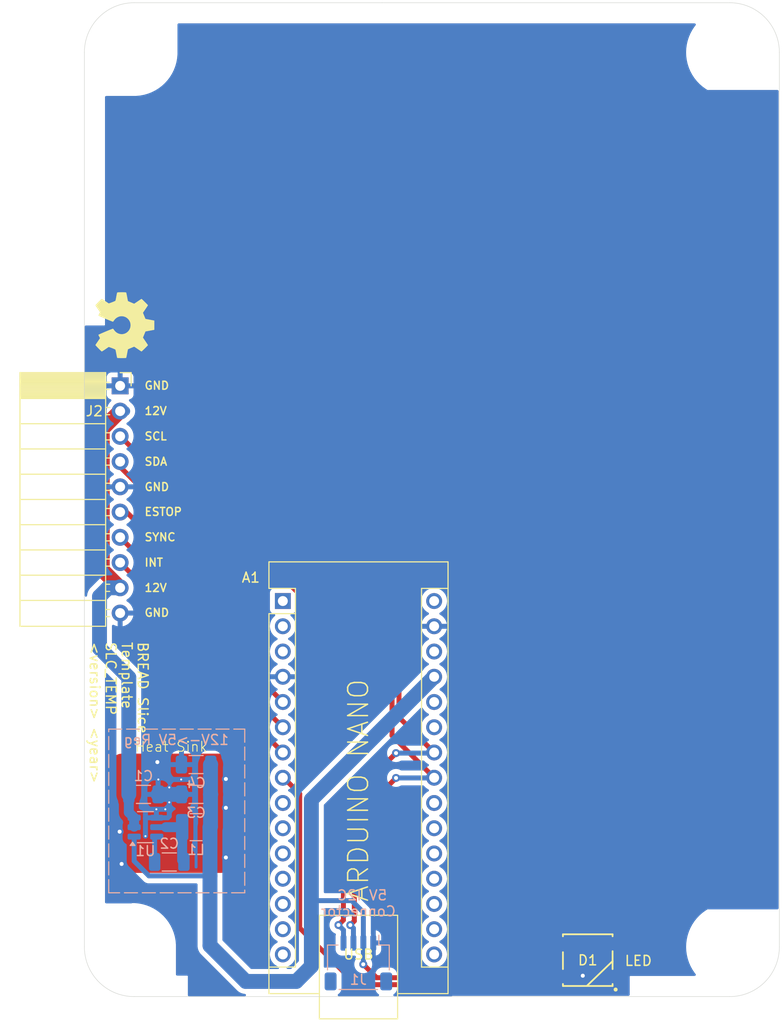
<source format=kicad_pcb>
(kicad_pcb (version 20240108) (generator "pcbnew") (generator_version "8.0")
  (layers (0 "F.Cu" signal) (31 "B.Cu" signal) (34 "B.Paste" user) (35 "F.Paste" user) (36 "B.SilkS" user "B.Silkscreen") (37 "F.SilkS" user "F.Silkscreen") (38 "B.Mask" user) (39 "F.Mask" user) (44 "Edge.Cuts" user))
  (net 0 "")
  (net 3 "GND")
  (net 5 "+5V")
  (net 6 "/LED")
  (net 7 "/I2C_CLK")
  (net 9 "/I2C_DAT")
  (net 11 "/SYNC")
  (net 13 "/E_STOP")
  (net 20 "+12V")
  (net 21 "/INT")
  (net 26 "unconnected-(A1-D12-Pad15)")
  (net 30 "Net-(U1-SW)")
  (net 31 "Net-(U1-BST)")
  (net 32 "unconnected-(A1-VIN-Pad30)")
  (footprint "MountingHole:MountingHole_5mm" (layer "F.Cu") (at 127.6 44.8)
    (property "Reference" "H1" (hide yes))
    (property "Value" "MountingHole")
    (pad "" np_thru_hole circle (at 0 0) (size 5 5) (drill 5) (layers "*.Cu" "*.Mask"))
  )
  (footprint "MountingHole:MountingHole_5mm" (layer "F.Cu") (at 187.6 44.8)
    (property "Reference" "H3" (hide yes))
    (property "Value" "MountingHole")
    (pad "" np_thru_hole circle (at 0 0) (size 5 5) (drill 5) (layers "*.Cu" "*.Mask"))
  )
  (footprint "MountingHole:MountingHole_5mm" (layer "F.Cu") (at 127.6 134.8)
    (property "Reference" "H2" (hide yes))
    (property "Value" "MountingHole")
    (pad "" np_thru_hole circle (at 0 0) (size 5 5) (drill 5) (layers "*.Cu" "*.Mask"))
  )
  (footprint "MountingHole:MountingHole_5mm" (layer "F.Cu") (at 187.6 134.8)
    (property "Reference" "H4" (hide yes))
    (property "Value" "MountingHole")
    (pad "" np_thru_hole circle (at 0 0) (size 5 5) (drill 5) (layers "*.Cu" "*.Mask"))
  )
  (footprint "Module:Arduino_Nano" (layer "F.Cu") (at 142.588 100)
    (property "Reference" "A1" (at -3.224 -2.364 0) (layer "F.SilkS"))
    (property "Value" "Arduino_Nano_v3.x")
    (fp_line (start -1.4 -3.94) (end -1.4 -1.27) (stroke (width 0.12)) (layer "F.SilkS"))
    (fp_line (start -1.4 1.27) (end -1.4 39.5) (stroke (width 0.12)) (layer "F.SilkS"))
    (fp_line (start -1.4 39.5) (end 3.68 39.5) (stroke (width 0.12)) (layer "F.SilkS"))
    (fp_line (start 1.27 -1.27) (end -1.4 -1.27) (stroke (width 0.12)) (layer "F.SilkS"))
    (fp_line (start 1.27 1.27) (end -1.4 1.27) (stroke (width 0.12)) (layer "F.SilkS"))
    (fp_line (start 1.27 1.27) (end 1.27 -1.27) (stroke (width 0.12)) (layer "F.SilkS"))
    (fp_line (start 1.27 1.27) (end 1.27 36.83) (stroke (width 0.12)) (layer "F.SilkS"))
    (fp_line (start 1.27 36.83) (end -1.4 36.83) (stroke (width 0.12)) (layer "F.SilkS"))
    (fp_line (start 3.68 31.62) (end 11.56 31.62) (stroke (width 0.12)) (layer "F.SilkS"))
    (fp_line (start 3.68 42.04) (end 3.68 31.62) (stroke (width 0.12)) (layer "F.SilkS"))
    (fp_line (start 11.56 31.62) (end 11.56 42.04) (stroke (width 0.12)) (layer "F.SilkS"))
    (fp_line (start 11.56 42.04) (end 3.68 42.04) (stroke (width 0.12)) (layer "F.SilkS"))
    (fp_line (start 13.97 -1.27) (end 13.97 36.83) (stroke (width 0.12)) (layer "F.SilkS"))
    (fp_line (start 13.97 -1.27) (end 16.64 -1.27) (stroke (width 0.12)) (layer "F.SilkS"))
    (fp_line (start 13.97 36.83) (end 16.64 36.83) (stroke (width 0.12)) (layer "F.SilkS"))
    (fp_line (start 16.64 -3.94) (end -1.4 -3.94) (stroke (width 0.12)) (layer "F.SilkS"))
    (fp_line (start 16.64 39.5) (end 11.56 39.5) (stroke (width 0.12)) (layer "F.SilkS"))
    (fp_line (start 16.64 39.5) (end 16.64 -3.94) (stroke (width 0.12)) (layer "F.SilkS"))
    (fp_text user "USB" (at 7.62 35.56 0) (layer "F.SilkS"))
    (pad "1" thru_hole rect (at 0 0) (size 1.6 1.6) (drill 1) (layers "*.Cu" "*.Mask"))
    (pad "2" thru_hole oval (at 0 2.54) (size 1.6 1.6) (drill 1) (layers "*.Cu" "*.Mask"))
    (pad "3" thru_hole oval (at 0 5.08) (size 1.6 1.6) (drill 1) (layers "*.Cu" "*.Mask"))
    (pad "4" thru_hole oval (at 0 7.62) (size 1.6 1.6) (drill 1) (layers "*.Cu" "*.Mask") (net 3 "GND"))
    (pad "5" thru_hole oval (at 0 10.16) (size 1.6 1.6) (drill 1) (layers "*.Cu" "*.Mask") (net 13 "/E_STOP"))
    (pad "6" thru_hole oval (at 0 12.7) (size 1.6 1.6) (drill 1) (layers "*.Cu" "*.Mask") (net 21 "/INT"))
    (pad "7" thru_hole oval (at 0 15.24) (size 1.6 1.6) (drill 1) (layers "*.Cu" "*.Mask") (net 11 "/SYNC"))
    (pad "8" thru_hole oval (at 0 17.78) (size 1.6 1.6) (drill 1) (layers "*.Cu" "*.Mask") (net 6 "/LED"))
    (pad "9" thru_hole oval (at 0 20.32) (size 1.6 1.6) (drill 1) (layers "*.Cu" "*.Mask"))
    (pad "10" thru_hole oval (at 0 22.86) (size 1.6 1.6) (drill 1) (layers "*.Cu" "*.Mask"))
    (pad "11" thru_hole oval (at 0 25.4) (size 1.6 1.6) (drill 1) (layers "*.Cu" "*.Mask"))
    (pad "12" thru_hole oval (at 0 27.94) (size 1.6 1.6) (drill 1) (layers "*.Cu" "*.Mask"))
    (pad "13" thru_hole oval (at 0 30.48) (size 1.6 1.6) (drill 1) (layers "*.Cu" "*.Mask"))
    (pad "14" thru_hole oval (at 0 33.02) (size 1.6 1.6) (drill 1) (layers "*.Cu" "*.Mask"))
    (pad "15" thru_hole oval (at 0 35.56) (size 1.6 1.6) (drill 1) (layers "*.Cu" "*.Mask") (net 26 "unconnected-(A1-D12-Pad15)"))
    (pad "16" thru_hole oval (at 15.24 35.56) (size 1.6 1.6) (drill 1) (layers "*.Cu" "*.Mask"))
    (pad "17" thru_hole oval (at 15.24 33.02) (size 1.6 1.6) (drill 1) (layers "*.Cu" "*.Mask"))
    (pad "18" thru_hole oval (at 15.24 30.48) (size 1.6 1.6) (drill 1) (layers "*.Cu" "*.Mask"))
    (pad "19" thru_hole oval (at 15.24 27.94) (size 1.6 1.6) (drill 1) (layers "*.Cu" "*.Mask"))
    (pad "20" thru_hole oval (at 15.24 25.4) (size 1.6 1.6) (drill 1) (layers "*.Cu" "*.Mask"))
    (pad "21" thru_hole oval (at 15.24 22.86) (size 1.6 1.6) (drill 1) (layers "*.Cu" "*.Mask"))
    (pad "22" thru_hole oval (at 15.24 20.32) (size 1.6 1.6) (drill 1) (layers "*.Cu" "*.Mask"))
    (pad "23" thru_hole oval (at 15.24 17.78) (size 1.6 1.6) (drill 1) (layers "*.Cu" "*.Mask") (net 9 "/I2C_DAT"))
    (pad "24" thru_hole oval (at 15.24 15.24) (size 1.6 1.6) (drill 1) (layers "*.Cu" "*.Mask") (net 7 "/I2C_CLK"))
    (pad "25" thru_hole oval (at 15.24 12.7) (size 1.6 1.6) (drill 1) (layers "*.Cu" "*.Mask"))
    (pad "26" thru_hole oval (at 15.24 10.16) (size 1.6 1.6) (drill 1) (layers "*.Cu" "*.Mask"))
    (pad "27" thru_hole oval (at 15.24 7.62) (size 1.6 1.6) (drill 1) (layers "*.Cu" "*.Mask") (net 5 "+5V"))
    (pad "28" thru_hole oval (at 15.24 5.08) (size 1.6 1.6) (drill 1) (layers "*.Cu" "*.Mask"))
    (pad "29" thru_hole oval (at 15.24 2.54) (size 1.6 1.6) (drill 1) (layers "*.Cu" "*.Mask") (net 3 "GND"))
    (pad "30" thru_hole oval (at 15.24 0) (size 1.6 1.6) (drill 1) (layers "*.Cu" "*.Mask") (net 32 "unconnected-(A1-VIN-Pad30)"))
  )
  (footprint "Connector_PinSocket_2.54mm:PinSocket_1x10_P2.54mm_Horizontal" (layer "F.Cu") (at 126.2 78.35)
    (property "Reference" "J2" (at -2.6 2.55 0) (layer "F.SilkS"))
    (property "Value" "Conn_01x10_Female")
    (fp_line (start -10.09 -1.33) (end -10.09 24.19) (stroke (width 0.12)) (layer "F.SilkS"))
    (fp_line (start -10.09 -1.33) (end -1.46 -1.33) (stroke (width 0.12)) (layer "F.SilkS"))
    (fp_line (start -10.09 -1.21) (end -1.46 -1.21) (stroke (width 0.12)) (layer "F.SilkS"))
    (fp_line (start -10.09 -1.091905) (end -1.46 -1.091905) (stroke (width 0.12)) (layer "F.SilkS"))
    (fp_line (start -10.09 -0.97381) (end -1.46 -0.97381) (stroke (width 0.12)) (layer "F.SilkS"))
    (fp_line (start -10.09 -0.855715) (end -1.46 -0.855715) (stroke (width 0.12)) (layer "F.SilkS"))
    (fp_line (start -10.09 -0.73762) (end -1.46 -0.73762) (stroke (width 0.12)) (layer "F.SilkS"))
    (fp_line (start -10.09 -0.619525) (end -1.46 -0.619525) (stroke (width 0.12)) (layer "F.SilkS"))
    (fp_line (start -10.09 -0.50143) (end -1.46 -0.50143) (stroke (width 0.12)) (layer "F.SilkS"))
    (fp_line (start -10.09 -0.383335) (end -1.46 -0.383335) (stroke (width 0.12)) (layer "F.SilkS"))
    (fp_line (start -10.09 -0.26524) (end -1.46 -0.26524) (stroke (width 0.12)) (layer "F.SilkS"))
    (fp_line (start -10.09 -0.147145) (end -1.46 -0.147145) (stroke (width 0.12)) (layer "F.SilkS"))
    (fp_line (start -10.09 -0.02905) (end -1.46 -0.02905) (stroke (width 0.12)) (layer "F.SilkS"))
    (fp_line (start -10.09 0.089045) (end -1.46 0.089045) (stroke (width 0.12)) (layer "F.SilkS"))
    (fp_line (start -10.09 0.20714) (end -1.46 0.20714) (stroke (width 0.12)) (layer "F.SilkS"))
    (fp_line (start -10.09 0.325235) (end -1.46 0.325235) (stroke (width 0.12)) (layer "F.SilkS"))
    (fp_line (start -10.09 0.44333) (end -1.46 0.44333) (stroke (width 0.12)) (layer "F.SilkS"))
    (fp_line (start -10.09 0.561425) (end -1.46 0.561425) (stroke (width 0.12)) (layer "F.SilkS"))
    (fp_line (start -10.09 0.67952) (end -1.46 0.67952) (stroke (width 0.12)) (layer "F.SilkS"))
    (fp_line (start -10.09 0.797615) (end -1.46 0.797615) (stroke (width 0.12)) (layer "F.SilkS"))
    (fp_line (start -10.09 0.91571) (end -1.46 0.91571) (stroke (width 0.12)) (layer "F.SilkS"))
    (fp_line (start -10.09 1.033805) (end -1.46 1.033805) (stroke (width 0.12)) (layer "F.SilkS"))
    (fp_line (start -10.09 1.1519) (end -1.46 1.1519) (stroke (width 0.12)) (layer "F.SilkS"))
    (fp_line (start -10.09 1.27) (end -1.46 1.27) (stroke (width 0.12)) (layer "F.SilkS"))
    (fp_line (start -10.09 3.81) (end -1.46 3.81) (stroke (width 0.12)) (layer "F.SilkS"))
    (fp_line (start -10.09 6.35) (end -1.46 6.35) (stroke (width 0.12)) (layer "F.SilkS"))
    (fp_line (start -10.09 8.89) (end -1.46 8.89) (stroke (width 0.12)) (layer "F.SilkS"))
    (fp_line (start -10.09 11.43) (end -1.46 11.43) (stroke (width 0.12)) (layer "F.SilkS"))
    (fp_line (start -10.09 13.97) (end -1.46 13.97) (stroke (width 0.12)) (layer "F.SilkS"))
    (fp_line (start -10.09 16.51) (end -1.46 16.51) (stroke (width 0.12)) (layer "F.SilkS"))
    (fp_line (start -10.09 19.05) (end -1.46 19.05) (stroke (width 0.12)) (layer "F.SilkS"))
    (fp_line (start -10.09 21.59) (end -1.46 21.59) (stroke (width 0.12)) (layer "F.SilkS"))
    (fp_line (start -10.09 24.19) (end -1.46 24.19) (stroke (width 0.12)) (layer "F.SilkS"))
    (fp_line (start -1.46 -1.33) (end -1.46 24.19) (stroke (width 0.12)) (layer "F.SilkS"))
    (fp_line (start -1.46 -0.36) (end -1.11 -0.36) (stroke (width 0.12)) (layer "F.SilkS"))
    (fp_line (start -1.46 0.36) (end -1.11 0.36) (stroke (width 0.12)) (layer "F.SilkS"))
    (fp_line (start -1.46 2.18) (end -1.05 2.18) (stroke (width 0.12)) (layer "F.SilkS"))
    (fp_line (start -1.46 2.9) (end -1.05 2.9) (stroke (width 0.12)) (layer "F.SilkS"))
    (fp_line (start -1.46 4.72) (end -1.05 4.72) (stroke (width 0.12)) (layer "F.SilkS"))
    (fp_line (start -1.46 5.44) (end -1.05 5.44) (stroke (width 0.12)) (layer "F.SilkS"))
    (fp_line (start -1.46 7.26) (end -1.05 7.26) (stroke (width 0.12)) (layer "F.SilkS"))
    (fp_line (start -1.46 7.98) (end -1.05 7.98) (stroke (width 0.12)) (layer "F.SilkS"))
    (fp_line (start -1.46 9.8) (end -1.05 9.8) (stroke (width 0.12)) (layer "F.SilkS"))
    (fp_line (start -1.46 10.52) (end -1.05 10.52) (stroke (width 0.12)) (layer "F.SilkS"))
    (fp_line (start -1.46 12.34) (end -1.05 12.34) (stroke (width 0.12)) (layer "F.SilkS"))
    (fp_line (start -1.46 13.06) (end -1.05 13.06) (stroke (width 0.12)) (layer "F.SilkS"))
    (fp_line (start -1.46 14.88) (end -1.05 14.88) (stroke (width 0.12)) (layer "F.SilkS"))
    (fp_line (start -1.46 15.6) (end -1.05 15.6) (stroke (width 0.12)) (layer "F.SilkS"))
    (fp_line (start -1.46 17.42) (end -1.05 17.42) (stroke (width 0.12)) (layer "F.SilkS"))
    (fp_line (start -1.46 18.14) (end -1.05 18.14) (stroke (width 0.12)) (layer "F.SilkS"))
    (fp_line (start -1.46 19.96) (end -1.05 19.96) (stroke (width 0.12)) (layer "F.SilkS"))
    (fp_line (start -1.46 20.68) (end -1.05 20.68) (stroke (width 0.12)) (layer "F.SilkS"))
    (fp_line (start -1.46 22.5) (end -1.05 22.5) (stroke (width 0.12)) (layer "F.SilkS"))
    (fp_line (start -1.46 23.22) (end -1.05 23.22) (stroke (width 0.12)) (layer "F.SilkS"))
    (fp_line (start 0 -1.33) (end 1.11 -1.33) (stroke (width 0.12)) (layer "F.SilkS"))
    (fp_line (start 1.11 -1.33) (end 1.11 0) (stroke (width 0.12)) (layer "F.SilkS"))
    (pad "1" thru_hole rect (at 0 0) (size 1.7 1.7) (drill 1) (layers "*.Cu" "*.Mask") (net 3 "GND"))
    (pad "2" thru_hole oval (at 0 2.54) (size 1.7 1.7) (drill 1) (layers "*.Cu" "*.Mask") (net 20 "+12V"))
    (pad "3" thru_hole oval (at 0 5.08) (size 1.7 1.7) (drill 1) (layers "*.Cu" "*.Mask") (net 7 "/I2C_CLK"))
    (pad "4" thru_hole oval (at 0 7.62) (size 1.7 1.7) (drill 1) (layers "*.Cu" "*.Mask") (net 9 "/I2C_DAT"))
    (pad "5" thru_hole oval (at 0 10.16) (size 1.7 1.7) (drill 1) (layers "*.Cu" "*.Mask") (net 3 "GND"))
    (pad "6" thru_hole oval (at 0 12.7) (size 1.7 1.7) (drill 1) (layers "*.Cu" "*.Mask") (net 13 "/E_STOP"))
    (pad "7" thru_hole oval (at 0 15.24) (size 1.7 1.7) (drill 1) (layers "*.Cu" "*.Mask") (net 21 "/INT"))
    (pad "8" thru_hole oval (at 0 17.78) (size 1.7 1.7) (drill 1) (layers "*.Cu" "*.Mask") (net 11 "/SYNC"))
    (pad "9" thru_hole oval (at 0 20.32) (size 1.7 1.7) (drill 1) (layers "*.Cu" "*.Mask") (net 20 "+12V"))
    (pad "10" thru_hole oval (at 0 22.86) (size 1.7 1.7) (drill 1) (layers "*.Cu" "*.Mask") (net 3 "GND"))
  )
  (footprint "Symbol:OSHW-Symbol_6.7x6mm_SilkScreen" (layer "F.Cu") (at 126.664 72.236 -90)
    (property "Reference" "Logo1" (hide yes))
    (property "Value" "Logo_Open_Hardware_Small" (hide yes))
    (fp_poly (pts (xy 0.555814 -2.531069) (xy 0.639635 -2.086445) (xy 0.94892 -1.958947) (xy 1.258206 -1.831449) (xy 1.629246 -2.083754) (xy 1.733157 -2.154004) (xy 1.827087 -2.216728) (xy 1.906652 -2.269062) (xy 1.96747 -2.308143) (xy 2.005157 -2.331107) (xy 2.015421 -2.336058) (xy 2.03391 -2.323324) (xy 2.07342 -2.288118) (xy 2.129522 -2.234938) (xy 2.197787 -2.168282) (xy 2.273786 -2.092646) (xy 2.353092 -2.012528) (xy 2.431275 -1.932426) (xy 2.503907 -1.856836) (xy 2.566559 -1.790255) (xy 2.614803 -1.737182) (xy 2.64421 -1.702113) (xy 2.651241 -1.690377) (xy 2.641123 -1.66874) (xy 2.612759 -1.621338) (xy 2.569129 -1.552807) (xy 2.513218 -1.467785) (xy 2.448006 -1.370907) (xy 2.410219 -1.31565) (xy 2.341343 -1.214752) (xy 2.28014 -1.123701) (xy 2.229578 -1.04703) (xy 2.192628 -0.989272) (xy 2.172258 -0.954957) (xy 2.169197 -0.947746) (xy 2.176136 -0.927252) (xy 2.195051 -0.879487) (xy 2.223087 -0.811168) (xy 2.257391 -0.729011) (xy 2.295109 -0.63973) (xy 2.333387 -0.550042) (xy 2.36937 -0.466662) (xy 2.400206 -0.396306) (xy 2.423039 -0.34569) (xy 2.435017 -0.321529) (xy 2.435724 -0.320578) (xy 2.454531 -0.315964) (xy 2.504618 -0.305672) (xy 2.580793 -0.290713) (xy 2.677865 -0.272099) (xy 2.790643 -0.250841) (xy 2.856442 -0.238582) (xy 2.97695 -0.215638) (xy 3.085797 -0.193805) (xy 3.177476 -0.174278) (xy 3.246481 -0.158252) (xy 3.287304 -0.146921) (xy 3.295511 -0.143326) (xy 3.303548 -0.118994) (xy 3.310033 -0.064041) (xy 3.31497 0.015108) (xy 3.318364 0.112026) (xy 3.320218 0.220287) (xy 3.320538 0.333465) (xy 3.319327 0.445135) (xy 3.31659 0.548868) (xy 3.312331 0.638241) (xy 3.306555 0.706826) (xy 3.299267 0.748197) (xy 3.294895 0.75681) (xy 3.268764 0.767133) (xy 3.213393 0.781892) (xy 3.136107 0.799352) (xy 3.04423 0.81778) (xy 3.012158 0.823741) (xy 2.857524 0.852066) (xy 2.735375 0.874876) (xy 2.641673 0.89308) (xy 2.572384 0.907583) (xy 2.523471 0.919292) (xy 2.490897 0.929115) (xy 2.470628 0.937956) (xy 2.458626 0.946724) (xy 2.456947 0.948457) (xy 2.440184 0.976371) (xy 2.414614 1.030695) (xy 2.382788 1.104777) (xy 2.34726 1.191965) (xy 2.310583 1.285608) (xy 2.275311 1.379052) (xy 2.243996 1.465647) (xy 2.219193 1.53874) (xy 2.203454 1.591678) (xy 2.199332 1.617811) (xy 2.199676 1.618726) (xy 2.213641 1.640086) (xy 2.245322 1.687084) (xy 2.291391 1.754827) (xy 2.348518 1.838423) (xy 2.413373 1.932982) (xy 2.431843 1.959854) (xy 2.497699 2.057275) (xy 2.55565 2.146163) (xy 2.602538 2.221412) (xy 2.635207 2.27792) (xy 2.6505 2.310581) (xy 2.651241 2.314593) (xy 2.638392 2.335684) (xy 2.602888 2.377464) (xy 2.549293 2.435445) (xy 2.482171 2.505135) (xy 2.406087 2.582045) (xy 2.325604 2.661683) (xy 2.245287 2.739561) (xy 2.169699 2.811186) (xy 2.103405 2.87207) (xy 2.050969 2.917721) (xy 2.016955 2.94365) (xy 2.007545 2.947883) (xy 1.985643 2.937912) (xy 1.9408 2.91102) (xy 1.880321 2.871736) (xy 1.833789 2.840117) (xy 1.749475 2.782098) (xy 1.649626 2.713784) (xy 1.549473 2.645579) (xy 1.495627 2.609075) (xy 1.313371 2.4858) (xy 1.160381 2.56852) (xy 1.090682 2.604759) (xy 1.031414 2.632926) (xy 0.991311 2.648991) (xy 0.981103 2.651226) (xy 0.968829 2.634722) (xy 0.944613 2.588082) (xy 0.910263 2.515609) (xy 0.867588 2.421606) (xy 0.818394 2.310374) (xy 0.76449 2.186215) (xy 0.707684 2.053432) (xy 0.649782 1.916327) (xy 0.592593 1.779202) (xy 0.537924 1.646358) (xy 0.487584 1.522098) (xy 0.44338 1.410725) (xy 0.407119 1.316539) (xy 0.380609 1.243844) (xy 0.365658 1.196941) (xy 0.363254 1.180833) (xy 0.382311 1.160286) (xy 0.424036 1.126933) (xy 0.479706 1.087702) (xy 0.484378 1.084599) (xy 0.628264 0.969423) (xy 0.744283 0.835053) (xy 0.83143 0.685784) (xy 0.888699 0.525913) (xy 0.915086 0.359737) (xy 0.909585 0.191552) (xy 0.87119 0.025655) (xy 0.798895 -0.133658) (xy 0.777626 -0.168513) (xy 0.666996 -0.309263) (xy 0.536302 -0.422286) (xy 0.390064 -0.506997) (xy 0.232808 -0.562806) (xy 0.069057 -0.589126) (xy -0.096667 -0.58537) (xy -0.259838 -0.55095) (xy -0.415935 -0.485277) (xy -0.560433 -0.387765) (xy -0.605131 -0.348187) (xy -0.718888 -0.224297) (xy -0.801782 -0.093876) (xy -0.858644 0.052315) (xy -0.890313 0.197088) (xy -0.898131 0.35986) (xy -0.872062 0.52344) (xy -0.814755 0.682298) (xy -0.728856 0.830906) (xy -0.617014 0.963735) (xy -0.481877 1.075256) (xy -0.464117 1.087011) (xy -0.40785 1.125508) (xy -0.365077 1.158863) (xy -0.344628 1.18016) (xy -0.344331 1.180833) (xy -0.348721 1.203871) (xy -0.366124 1.256157) (xy -0.394732 1.33339) (xy -0.432735 1.431268) (xy -0.478326 1.545491) (xy -0.529697 1.671758) (xy -0.585038 1.805767) (xy -0.642542 1.943218) (xy -0.700399 2.079808) (xy -0.756802 2.211237) (xy -0.809942 2.333205) (xy -0.85801 2.441409) (xy -0.899199 2.531549) (xy -0.931699 2.599323) (xy -0.953703 2.64043) (xy -0.962564 2.651226) (xy -0.98964 2.642819) (xy -1.040303 2.620272) (xy -1.105817 2.587613) (xy -1.141841 2.56852) (xy -1.294832 2.4858) (xy -1.477088 2.609075) (xy -1.570125 2.672228) (xy -1.671985 2.741727) (xy -1.767438 2.807165) (xy -1.81525 2.840117) (xy -1.882495 2.885273) (xy -1.939436 2.921057) (xy -1.978646 2.942938) (xy -1.991381 2.947563) (xy -2.009917 2.935085) (xy -2.050941 2.900252) (xy -2.110475 2.846678) (xy -2.184542 2.777983) (xy -2.269165 2.697781) (xy -2.322685 2.646286) (xy -2.416319 2.554286) (xy -2.497241 2.471999) (xy -2.562177 2.402945) (xy -2.607858 2.350644) (xy -2.631011 2.318616) (xy -2.633232 2.312116) (xy -2.622924 2.287394) (xy -2.594439 2.237405) (xy -2.550937 2.167212) (xy -2.495577 2.081875) (xy -2.43152 1.986456) (xy -2.413303 1.959854) (xy -2.346927 1.863167) (xy -2.287378 1.776117) (xy -2.237984 1.703595) (xy -2.202075 1.650493) (xy -2.182981 1.621703) (xy -2.181136 1.618726) (xy -2.183895 1.595782) (xy -2.198538 1.545336) (xy -2.222513 1.474041) (xy -2.253266 1.388547) (xy -2.288244 1.295507) (xy -2.324893 1.201574) (xy -2.360661 1.113399) (xy -2.392994 1.037634) (xy -2.419338 0.980931) (xy -2.437142 0.949943) (xy -2.438407 0.948457) (xy -2.449294 0.939601) (xy -2.467682 0.930843) (xy -2.497606 0.921277) (xy -2.543103 0.909996) (xy -2.608209 0.896093) (xy -2.696961 0.878663) (xy -2.813393 0.856798) (xy -2.961542 0.829591) (xy -2.993618 0.823741) (xy -3.088686 0.805374) (xy -3.171565 0.787405) (xy -3.23493 0.771569) (xy -3.271458 0.7596) (xy -3.276356 0.75681) (xy -3.284427 0.732072) (xy -3.290987 0.67679) (xy -3.296033 0.597389) (xy -3.299559 0.500296) (xy -3.301561 0.391938) (xy -3.302036 0.27874) (xy -3.300977 0.167128) (xy -3.298382 0.063529) (xy -3.294246 -0.025632) (xy -3.288563 -0.093928) (xy -3.281331 -0.134934) (xy -3.276971 -0.143326) (xy -3.252698 -0.151792) (xy -3.197426 -0.165565) (xy -3.116662 -0.18345) (xy -3.015912 -0.204252) (xy -2.900683 -0.226777) (xy -2.837902 -0.238582) (xy -2.718787 -0.260849) (xy -2.612565 -0.281021) (xy -2.524427 -0.298085) (xy -2.459566 -0.311031) (xy -2.423174 -0.318845) (xy -2.417184 -0.320578) (xy -2.407061 -0.34011) (xy -2.385662 -0.387157) (xy -2.355839 -0.454997) (xy -2.320445 -0.536909) (xy -2.282332 -0.626172) (xy -2.244353 -0.716065) (xy -2.20936 -0.799865) (xy -2.180206 -0.870853) (xy -2.159743 -0.922306) (xy -2.150823 -0.947503) (xy -2.150657 -0.948604) (xy -2.160769 -0.968481) (xy -2.189117 -1.014223) (xy -2.232723 -1.081283) (xy -2.288606 -1.165116) (xy -2.353787 -1.261174) (xy -2.391679 -1.31635) (xy -2.460725 -1.417519) (xy -2.52205 -1.50937) (xy -2.572663 -1.587256) (xy -2.609571 -1.646531) (xy -2.629782 -1.682549) (xy -2.632701 -1.690623) (xy -2.620153 -1.709416) (xy -2.585463 -1.749543) (xy -2.533063 -1.806507) (xy -2.467384 -1.875815) (xy -2.392856 -1.952969) (xy -2.313913 -2.033475) (xy -2.234983 -2.112837) (xy -2.1605 -2.18656) (xy -2.094894 -2.250148) (xy -2.042596 -2.299106) (xy -2.008039 -2.328939) (xy -1.996478 -2.336058) (xy -1.977654 -2.326047) (xy -1.932631 -2.297922) (xy -1.865787 -2.254546) (xy -1.781499 -2.198782) (xy -1.684144 -2.133494) (xy -1.610707 -2.083754) (xy -1.239667 -1.831449) (xy -0.621095 -2.086445) (xy -0.537275 -2.531069) (xy -0.453454 -2.975693) (xy 0.471994 -2.975693) (xy 0.555814 -2.531069)) (stroke (width 0.01)) (fill solid) (layer "F.SilkS"))
  )
  (footprint "KML-Custom:Thermal Pad" (layer "F.Cu") (at 131.35 121.355)
    (property "Reference" "HS1")
    (property "Value" "Heatsink_Pad")
    (fp_text user "Heat Sink" (at 0 -6.7 0) (layer "F.SilkS") (effects (font (thickness 0.1))))
    (pad "1" smd roundrect (at 0 0) (size 12 12) (layers "F.Cu" "F.Paste" "F.Mask") (roundrect_rratio 0.08333333333) (net 3 "GND"))
  )
  (footprint "SparkFun-LED:WS2812-5050-4PIN" (layer "F.Cu") (at 173.3 136.132769)
    (property "Reference" "D1" (at 0 0.6 0) (layer "F.SilkS") (effects (justify bottom)))
    (property "Value" "WS2812B_5050")
    (fp_line (start -2.5 -2.6) (end 2.5 -2.6) (stroke (width 0.1778)) (layer "F.SilkS"))
    (fp_line (start -2.5 -2.4) (end -2.5 -2.6) (stroke (width 0.1778)) (layer "F.SilkS"))
    (fp_line (start -2.5 0.9) (end -2.5 -0.8) (stroke (width 0.1778)) (layer "F.SilkS"))
    (fp_line (start -2.5 2.4) (end -2.5 2.6) (stroke (width 0.1778)) (layer "F.SilkS"))
    (fp_line (start -2.5 2.6) (end 2.5 2.6) (stroke (width 0.1778)) (layer "F.SilkS"))
    (fp_line (start 2.5 -2.6) (end 2.5 -2.4) (stroke (width 0.1778)) (layer "F.SilkS"))
    (fp_line (start 2.5 -0.9) (end 2.5 0.1) (stroke (width 0.1778)) (layer "F.SilkS"))
    (fp_line (start 2.5 0.1) (end -0.1 2.6) (stroke (width 0.1778)) (layer "F.SilkS"))
    (fp_line (start 2.5 0.1) (end 2.5 0.9) (stroke (width 0.1778)) (layer "F.SilkS"))
    (fp_line (start 2.5 2.6) (end 2.5 2.4) (stroke (width 0.1778)) (layer "F.SilkS"))
    (fp_circle (center 2.808182 2.959462) (end 2.808182 3.059462) (stroke (width 0.2)) (fill solid) (layer "F.SilkS"))
    (pad "1" smd rect (at -2.577 -1.6) (size 1.651 1) (layers "F.Cu" "F.Paste" "F.Mask") (net 5 "+5V"))
    (pad "2" smd rect (at -2.577 1.6) (size 1.651 1) (layers "F.Cu" "F.Paste" "F.Mask"))
    (pad "3" smd rect (at 2.577 1.6) (size 1.651 1) (layers "F.Cu" "F.Paste" "F.Mask") (net 3 "GND"))
    (pad "4" smd rect (at 2.577 -1.6) (size 1.651 1) (layers "F.Cu" "F.Paste" "F.Mask") (net 6 "/LED"))
  )
  (footprint "Connector_JST:JST_SH_SM04B-SRSS-TB_1x04-1MP_P1.00mm_Horizontal" (layer "B.Cu") (at 150.198 136.4 180)
    (property "Reference" "J1" (at 0.01 -1.7 0) (layer "B.SilkS") (effects (justify mirror)))
    (property "Value" "I2C_01x04")
    (fp_line (start 3.11 1.785) (end 2.06 1.785) (stroke (width 0.12)) (layer "B.SilkS"))
    (fp_line (start 3.11 -0.715) (end 3.11 1.785) (stroke (width 0.12)) (layer "B.SilkS"))
    (fp_line (start -1.94 -2.685) (end 1.94 -2.685) (stroke (width 0.12)) (layer "B.SilkS"))
    (fp_line (start -2.06 1.785) (end -2.06 2.775) (stroke (width 0.12)) (layer "B.SilkS"))
    (fp_line (start -3.11 1.785) (end -2.06 1.785) (stroke (width 0.12)) (layer "B.SilkS"))
    (fp_line (start -3.11 -0.715) (end -3.11 1.785) (stroke (width 0.12)) (layer "B.SilkS"))
    (pad "1" smd roundrect (at -1.5 2 180) (size 0.6 1.55) (layers "B.Cu" "B.Paste" "B.Mask") (net 3 "GND"))
    (pad "2" smd roundrect (at -0.5 2 180) (size 0.6 1.55) (layers "B.Cu" "B.Paste" "B.Mask") (net 5 "+5V"))
    (pad "3" smd roundrect (at 0.5 2 180) (size 0.6 1.55) (layers "B.Cu" "B.Paste" "B.Mask") (net 9 "/I2C_DAT"))
    (pad "4" smd roundrect (at 1.5 2 180) (size 0.6 1.55) (layers "B.Cu" "B.Paste" "B.Mask") (net 7 "/I2C_CLK"))
    (pad "MP" smd roundrect (at -2.8 -1.875 180) (size 1.2 1.8) (layers "B.Cu" "B.Paste" "B.Mask") (roundrect_rratio 0.2083333333))
    (pad "MP" smd roundrect (at 2.8 -1.875 180) (size 1.2 1.8) (layers "B.Cu" "B.Paste" "B.Mask") (roundrect_rratio 0.2083333333))
  )
  (footprint "Capacitor_SMD:C_1206_3216Metric" (layer "B.Cu") (at 128.55 119.455 180)
    (property "Reference" "C1" (at 0 1.85 180) (layer "B.SilkS") (effects (justify mirror)))
    (property "Value" "22uF")
    (fp_line (start 0.711252 0.91) (end -0.711252 0.91) (stroke (width 0.12)) (layer "B.SilkS"))
    (fp_line (start 0.711252 -0.91) (end -0.711252 -0.91) (stroke (width 0.12)) (layer "B.SilkS"))
    (pad "1" smd roundrect (at -1.475 0 180) (size 1.15 1.8) (layers "B.Cu" "B.Paste" "B.Mask") (roundrect_rratio 0.217391) (net 3 "GND"))
    (pad "2" smd roundrect (at 1.475 0 180) (size 1.15 1.8) (layers "B.Cu" "B.Paste" "B.Mask") (roundrect_rratio 0.217391) (net 20 "+12V"))
  )
  (footprint "Package_TO_SOT_SMD:TSOT-23-6" (layer "B.Cu") (at 128.75 122.755)
    (property "Reference" "U1" (at 0 2.4 0) (layer "B.SilkS") (effects (justify mirror)))
    (property "Value" "~")
    (fp_line (start -0.8 -1.56) (end 0 -1.56) (stroke (width 0.12)) (layer "B.SilkS"))
    (fp_line (start -0.8 1.56) (end 0 1.56) (stroke (width 0.12)) (layer "B.SilkS"))
    (fp_line (start 0.8 -1.56) (end 0 -1.56) (stroke (width 0.12)) (layer "B.SilkS"))
    (fp_line (start 0.8 1.56) (end 0 1.56) (stroke (width 0.12)) (layer "B.SilkS"))
    (fp_poly (pts (xy -1.3 1.51) (xy -1.54 1.84) (xy -1.06 1.84) (xy -1.3 1.51)) (stroke (width 0.12)) (fill solid) (layer "B.SilkS"))
    (pad "1" smd roundrect (at -1.1375 0.95) (size 1.325 0.6) (layers "B.Cu" "B.Paste" "B.Mask") (net 5 "+5V"))
    (pad "2" smd roundrect (at -1.1375 0) (size 1.325 0.6) (layers "B.Cu" "B.Paste" "B.Mask") (net 20 "+12V"))
    (pad "3" smd roundrect (at -1.1375 -0.95) (size 1.325 0.6) (layers "B.Cu" "B.Paste" "B.Mask") (net 20 "+12V"))
    (pad "4" smd roundrect (at 1.1375 -0.95) (size 1.325 0.6) (layers "B.Cu" "B.Paste" "B.Mask") (net 3 "GND"))
    (pad "5" smd roundrect (at 1.1375 0) (size 1.325 0.6) (layers "B.Cu" "B.Paste" "B.Mask") (net 30 "Net-(U1-SW)"))
    (pad "6" smd roundrect (at 1.1375 0.95) (size 1.325 0.6) (layers "B.Cu" "B.Paste" "B.Mask") (net 31 "Net-(U1-BST)"))
  )
  (footprint "Capacitor_SMD:C_1206_3216Metric" (layer "B.Cu") (at 131.15 126.255 180)
    (property "Reference" "C2" (at 0 1.85 180) (layer "B.SilkS") (effects (justify mirror)))
    (property "Value" "100nF")
    (fp_line (start 0.711252 0.91) (end -0.711252 0.91) (stroke (width 0.12)) (layer "B.SilkS"))
    (fp_line (start 0.711252 -0.91) (end -0.711252 -0.91) (stroke (width 0.12)) (layer "B.SilkS"))
    (pad "1" smd roundrect (at -1.475 0 180) (size 1.15 1.8) (layers "B.Cu" "B.Paste" "B.Mask") (roundrect_rratio 0.217391) (net 30 "Net-(U1-SW)"))
    (pad "2" smd roundrect (at 1.475 0 180) (size 1.15 1.8) (layers "B.Cu" "B.Paste" "B.Mask") (roundrect_rratio 0.217391) (net 31 "Net-(U1-BST)"))
  )
  (footprint "Capacitor_SMD:C_1206_3216Metric" (layer "B.Cu") (at 133.85 119.455)
    (property "Reference" "C3" (at 0 1.85 0) (layer "B.SilkS") (effects (justify mirror)))
    (property "Value" "22uF")
    (fp_line (start 0.711252 -0.91) (end -0.711252 -0.91) (stroke (width 0.12)) (layer "B.SilkS"))
    (fp_line (start 0.711252 0.91) (end -0.711252 0.91) (stroke (width 0.12)) (layer "B.SilkS"))
    (pad "1" smd roundrect (at -1.475 0) (size 1.15 1.8) (layers "B.Cu" "B.Paste" "B.Mask") (roundrect_rratio 0.217391) (net 3 "GND"))
    (pad "2" smd roundrect (at 1.475 0) (size 1.15 1.8) (layers "B.Cu" "B.Paste" "B.Mask") (roundrect_rratio 0.217391) (net 5 "+5V"))
  )
  (footprint "Capacitor_SMD:C_1206_3216Metric" (layer "B.Cu") (at 133.85 116.455)
    (property "Reference" "C4" (at 0 1.85 0) (layer "B.SilkS") (effects (justify mirror)))
    (property "Value" "22uF")
    (fp_line (start 0.711252 -0.91) (end -0.711252 -0.91) (stroke (width 0.12)) (layer "B.SilkS"))
    (fp_line (start 0.711252 0.91) (end -0.711252 0.91) (stroke (width 0.12)) (layer "B.SilkS"))
    (pad "1" smd roundrect (at -1.475 0) (size 1.15 1.8) (layers "B.Cu" "B.Paste" "B.Mask") (roundrect_rratio 0.217391) (net 3 "GND"))
    (pad "2" smd roundrect (at 1.475 0) (size 1.15 1.8) (layers "B.Cu" "B.Paste" "B.Mask") (roundrect_rratio 0.217391) (net 5 "+5V"))
  )
  (footprint "Inductor_SMD:L_1210_3225Metric" (layer "B.Cu") (at 133.85 122.755)
    (property "Reference" "L1" (at 0 2.28 0) (layer "B.SilkS") (effects (justify mirror)))
    (property "Value" "4.7uH")
    (fp_line (start 0.602064 -1.36) (end -0.602064 -1.36) (stroke (width 0.12)) (layer "B.SilkS"))
    (fp_line (start 0.602064 1.36) (end -0.602064 1.36) (stroke (width 0.12)) (layer "B.SilkS"))
    (pad "1" smd roundrect (at -1.4 0) (size 1.25 2.65) (layers "B.Cu" "B.Paste" "B.Mask") (roundrect_rratio 0.2) (net 30 "Net-(U1-SW)"))
    (pad "2" smd roundrect (at 1.4 0) (size 1.25 2.65) (layers "B.Cu" "B.Paste" "B.Mask") (roundrect_rratio 0.2) (net 5 "+5V"))
  )
  (gr_rect (start 125.05 112.887) (end 138.75 129.355) (stroke (width 0.12) (type dash)) (fill none) (layer "B.SilkS"))
  (gr_line (start 192.6 44.8) (end 192.6 94.8) (stroke (width 0.05)) (layer "Edge.Cuts"))
  (gr_arc (start 187.6 39.8) (mid 191.135534 41.264466) (end 192.6 44.8) (stroke (width 0.05)) (layer "Edge.Cuts"))
  (gr_arc (start 192.6 134.8) (mid 191.135534 138.335534) (end 187.6 139.8) (stroke (width 0.05)) (layer "Edge.Cuts"))
  (gr_line (start 152.6 39.8) (end 187.6 39.8) (stroke (width 0.05)) (layer "Edge.Cuts"))
  (gr_arc (start 122.6 44.8) (mid 124.064466 41.264466) (end 127.6 39.8) (stroke (width 0.05)) (layer "Edge.Cuts"))
  (gr_line (start 192.6 94.8) (end 192.6 134.8) (stroke (width 0.05)) (layer "Edge.Cuts"))
  (gr_line (start 122.6 134.8) (end 122.6 44.8) (stroke (width 0.05)) (layer "Edge.Cuts"))
  (gr_line (start 127.6 39.8) (end 152.6 39.8) (stroke (width 0.05)) (layer "Edge.Cuts"))
  (gr_arc (start 127.6 139.8) (mid 124.064466 138.335534) (end 122.6 134.8) (stroke (width 0.05)) (layer "Edge.Cuts"))
  (gr_line (start 160.188 139.8) (end 187.6 139.8) (stroke (width 0.05)) (layer "Edge.Cuts"))
  (gr_line (start 127.6 139.8) (end 160.188 139.8) (stroke (width 0.05)) (layer "Edge.Cuts"))
  (gr_text "12V->5V Reg" (at 131.85 114.555 0) (layer "B.SilkS") (effects (font (size 1 1)) (justify bottom mirror)))
  (gr_text "5V I2C \nConnector" (at 150.198 131.8 0) (layer "B.SilkS") (effects (font (size 1 1)) (justify bottom mirror)))
  (gr_text "GND" (at 129.89619 88.522 0) (layer "F.SilkS") (effects (font (size 0.8 0.8))))
  (gr_text "LED" (at 178.4 136.2 0) (layer "F.SilkS") (effects (font (size 1 1))))
  (gr_text "12V" (at 129.781905 98.672 0) (layer "F.SilkS") (effects (font (size 0.8 0.8))))
  (gr_text "SYNC" (at 130.22 93.572 0) (layer "F.SilkS") (effects (font (size 0.8 0.8))))
  (gr_text "GND" (at 129.89619 101.172 0) (layer "F.SilkS") (effects (font (size 0.8 0.8))))
  (gr_text "BREAD Slice\nTemplate\nSLC_TEMP\n<version> <year>" (at 126.066 104.035 270) (layer "F.SilkS") (effects (font (size 1 1)) (justify left)))
  (gr_text "GND" (at 129.89619 78.322 0) (layer "F.SilkS") (effects (font (size 0.8 0.8))))
  (gr_text "ESTOP" (at 130.543809 91.022 0) (layer "F.SilkS") (effects (font (size 0.8 0.8))))
  (gr_text "INT" (at 129.591428 96.122 0) (layer "F.SilkS") (effects (font (size 0.8 0.8))))
  (gr_text "SDA" (at 129.800952 85.972 0) (layer "F.SilkS") (effects (font (size 0.8 0.8))))
  (gr_text "SCL" (at 129.781905 83.422 0) (layer "F.SilkS") (effects (font (size 0.8 0.8))))
  (gr_text "ARDUINO NANO" (at 150.198 119.05 90) (layer "F.SilkS") (effects (font (size 2 2))))
  (gr_text "12V" (at 129.781905 80.872 0) (layer "F.SilkS") (effects (font (size 0.8 0.8))))
  (segment (start 172.8 137.7) (end 172.832769 137.732769) (width 0.5) (layer "F.Cu") (net 3))
  (segment (start 172.832769 137.732769) (end 175.877 137.732769) (width 0.5) (layer "F.Cu") (net 3))
  (via (at 136.85 117.905) (size 0.8) (drill 0.4) (layers "F.Cu" "B.Cu") (net 3))
  (via (at 126.35 126.455) (size 0.8) (drill 0.4) (layers "F.Cu" "B.Cu") (net 3))
  (via (at 129.85 120.955) (size 0.5) (drill 0.2) (layers "F.Cu" "B.Cu") (net 3))
  (via (at 129.95 116.205) (size 0.8) (drill 0.4) (layers "F.Cu" "B.Cu") (net 3))
  (via (at 131.15 120.255) (size 0.5) (drill 0.2) (layers "F.Cu" "B.Cu") (net 3))
  (via (at 131.15 118.755) (size 0.5) (drill 0.2) (layers "F.Cu" "B.Cu") (net 3))
  (via (at 130.05 117.955) (size 0.5) (drill 0.2) (layers "F.Cu" "B.Cu") (net 3))
  (via (at 172.8 137.7) (size 0.8) (drill 0.4) (layers "F.Cu" "B.Cu") (net 3))
  (via (at 132.35 117.955) (size 0.5) (drill 0.2) (layers "F.Cu" "B.Cu") (net 3))
  (via (at 126.15 123.205) (size 0.8) (drill 0.4) (layers "F.Cu" "B.Cu") (net 3))
  (via (at 136.85 125.805) (size 0.8) (drill 0.4) (layers "F.Cu" "B.Cu") (net 3))
  (via (at 136.85 120.805) (size 0.8) (drill 0.4) (layers "F.Cu" "B.Cu") (net 3))
  (via (at 130.75 120.955) (size 0.5) (drill 0.2) (layers "F.Cu" "B.Cu") (net 3))
  (via (at 128.75 123.655) (size 0.5) (drill 0.2) (layers "F.Cu" "B.Cu") (net 3))
  (segment (start 129.8875 121.805) (end 128.8 121.805) (width 0.5) (layer "B.Cu") (net 3))
  (segment (start 131.55 117.955) (end 133.25 117.955) (width 0.5) (layer "B.Cu") (net 3))
  (segment (start 128.8 121.805) (end 128.75 121.855) (width 0.5) (layer "B.Cu") (net 3))
  (segment (start 132.35 117.955) (end 131.55 117.955) (width 0.5) (layer "B.Cu") (net 3))
  (segment (start 128.95 120.955) (end 128.75 121.155) (width 0.5) (layer "B.Cu") (net 3))
  (segment (start 131 121.805) (end 131.15 121.655) (width 0.5) (layer "B.Cu") (net 3))
  (segment (start 129.85 121.7675) (end 129.8875 121.805) (width 0.5) (layer "B.Cu") (net 3))
  (segment (start 129.85 120.955) (end 128.95 120.955) (width 0.5) (layer "B.Cu") (net 3))
  (segment (start 131.15 120.555) (end 130.75 120.955) (width 0.5) (layer "B.Cu") (net 3))
  (segment (start 128.75 121.855) (end 128.75 123.655) (width 0.5) (layer "B.Cu") (net 3))
  (segment (start 131.15 119.455) (end 131.15 120.255) (width 0.5) (layer "B.Cu") (net 3))
  (segment (start 131.15 119.455) (end 131.15 118.755) (width 0.5) (layer "B.Cu") (net 3))
  (segment (start 130.025 119.455) (end 132.375 119.455) (width 1.5) (layer "B.Cu") (net 3))
  (segment (start 130.75 120.955) (end 129.85 120.955) (width 0.5) (layer "B.Cu") (net 3))
  (segment (start 128.75 121.155) (end 128.75 121.855) (width 0.5) (layer "B.Cu") (net 3))
  (segment (start 131.15 121.655) (end 131.15 120.255) (width 0.5) (layer "B.Cu") (net 3))
  (segment (start 131.15 120.255) (end 131.15 120.555) (width 0.5) (layer "B.Cu") (net 3))
  (segment (start 129.8875 121.805) (end 131 121.805) (width 0.5) (layer "B.Cu") (net 3))
  (segment (start 129.85 120.955) (end 129.85 121.7675) (width 0.5) (layer "B.Cu") (net 3))
  (segment (start 152.0375 137.9) (end 150.688 136.5505) (width 0.5) (layer "F.Cu") (net 5))
  (segment (start 170.277281 134.532769) (end 166.91005 137.9) (width 0.5) (layer "F.Cu") (net 5))
  (segment (start 166.91005 137.9) (end 152.0375 137.9) (width 0.5) (layer "F.Cu") (net 5))
  (segment (start 170.723 134.532769) (end 170.277281 134.532769) (width 0.5) (layer "F.Cu") (net 5))
  (segment (start 157.808 107.62) (end 157.828 107.62) (width 1.5) (layer "F.Cu") (net 5))
  (via (at 150.688 136.5505) (size 0.8) (drill 0.4) (layers "F.Cu" "B.Cu") (net 5))
  (segment (start 138.856 138.276) (end 143.936 138.276) (width 1.5) (layer "B.Cu") (net 5))
  (segment (start 145.46 130.148) (end 145.46 119.988) (width 1.5) (layer "B.Cu") (net 5))
  (segment (start 157.828 107.62) (end 150.698 114.75) (width 1.5) (layer "B.Cu") (net 5))
  (segment (start 143.936 138.276) (end 145.46 136.752) (width 1.5) (layer "B.Cu") (net 5))
  (segment (start 135.25 127.655) (end 129.103122 127.655) (width 0.5) (layer "B.Cu") (net 5))
  (segment (start 135.325 116.455) (end 135.3 116.48) (width 1.5) (layer "B.Cu") (net 5))
  (segment (start 149.524 130.148) (end 145.46 130.148) (width 0.5) (layer "B.Cu") (net 5))
  (segment (start 127.6125 126.164378) (end 127.6125 123.705) (width 0.5) (layer "B.Cu") (net 5))
  (segment (start 135.3 119.48) (end 135.3 122.705) (width 1.5) (layer "B.Cu") (net 5))
  (segment (start 145.46 136.752) (end 145.46 130.148) (width 1.5) (layer "B.Cu") (net 5))
  (segment (start 150.698 134.4) (end 150.698 131.322) (width 0.5) (layer "B.Cu") (net 5))
  (segment (start 135.25 127.655) (end 135.25 134.67) (width 1.5) (layer "B.Cu") (net 5))
  (segment (start 150.698 136.5405) (end 150.698 134.4) (width 0.5) (layer "B.Cu") (net 5))
  (segment (start 135.3 116.48) (end 135.3 119.43) (width 1.5) (layer "B.Cu") (net 5))
  (segment (start 135.25 127.655) (end 135.25 122.755) (width 1.5) (layer "B.Cu") (net 5))
  (segment (start 145.46 119.988) (end 150.698 114.75) (width 1.5) (layer "B.Cu") (net 5))
  (segment (start 150.688 136.5505) (end 150.698 136.5405) (width 0.5) (layer "B.Cu") (net 5))
  (segment (start 129.103122 127.655) (end 127.6125 126.164378) (width 0.5) (layer "B.Cu") (net 5))
  (segment (start 135.325 122.68) (end 135.25 122.755) (width 1) (layer "B.Cu") (net 5))
  (segment (start 158.008 107.8) (end 157.828 107.62) (width 0.5) (layer "B.Cu") (net 5))
  (segment (start 135.325 119.455) (end 135.3 119.48) (width 1.5) (layer "B.Cu") (net 5))
  (segment (start 135.3 122.705) (end 135.25 122.755) (width 1.5) (layer "B.Cu") (net 5))
  (segment (start 135.3 119.43) (end 135.325 119.455) (width 1.5) (layer "B.Cu") (net 5))
  (segment (start 150.698 131.322) (end 149.524 130.148) (width 0.5) (layer "B.Cu") (net 5))
  (segment (start 135.25 134.67) (end 138.856 138.276) (width 1.5) (layer "B.Cu") (net 5))
  (segment (start 149.988 138.6) (end 167.2 138.6) (width 0.5) (layer "F.Cu") (net 6))
  (segment (start 142.588 117.78) (end 142.668 117.78) (width 0.5) (layer "F.Cu") (net 6))
  (segment (start 167.2 138.6) (end 169.6 136.2) (width 0.5) (layer "F.Cu") (net 6))
  (segment (start 174.209769 136.2) (end 175.877 134.532769) (width 0.5) (layer "F.Cu") (net 6))
  (segment (start 144.288 119.4) (end 144.288 132.9) (width 0.5) (layer "F.Cu") (net 6))
  (segment (start 169.6 136.2) (end 174.209769 136.2) (width 0.5) (layer "F.Cu") (net 6))
  (segment (start 144.288 132.9) (end 149.988 138.6) (width 0.5) (layer "F.Cu") (net 6))
  (segment (start 142.668 117.78) (end 144.288 119.4) (width 0.5) (layer "F.Cu") (net 6))
  (segment (start 154.288 108.34805) (end 143.33995 97.4) (width 0.5) (layer "F.Cu") (net 7))
  (segment (start 154.288 111.7) (end 154.288 108.34805) (width 0.5) (layer "F.Cu") (net 7))
  (segment (start 126.23 83.43) (end 126.2 83.43) (width 0.5) (layer "F.Cu") (net 7))
  (segment (start 143.33995 97.4) (end 140.2 97.4) (width 0.5) (layer "F.Cu") (net 7))
  (segment (start 140.2 97.4) (end 126.23 83.43) (width 0.5) (layer "F.Cu") (net 7))
  (segment (start 148.188 132.6) (end 148.688 132.1) (width 0.5) (layer "F.Cu") (net 7))
  (segment (start 157.828 115.24) (end 154.288 111.7) (width 0.5) (layer "F.Cu") (net 7))
  (segment (start 148.688 132.1) (end 148.688 120.6) (width 0.5) (layer "F.Cu") (net 7))
  (segment (start 148.688 120.6) (end 153.988 115.3) (width 0.5) (layer "F.Cu") (net 7))
  (via (at 148.188 132.6) (size 0.8) (drill 0.4) (layers "F.Cu" "B.Cu") (net 7))
  (via (at 153.988 115.3) (size 0.8) (drill 0.4) (layers "F.Cu" "B.Cu") (net 7))
  (segment (start 157.768 115.3) (end 157.828 115.24) (width 0.5) (layer "B.Cu") (net 7))
  (segment (start 148.188 132.6) (end 148.698 133.11) (width 0.5) (layer "B.Cu") (net 7))
  (segment (start 148.698 133.11) (end 148.698 134.4) (width 0.5) (layer "B.Cu") (net 7))
  (segment (start 153.988 115.3) (end 157.768 115.3) (width 0.5) (layer "B.Cu") (net 7))
  (segment (start 153.588 113.54) (end 157.828 117.78) (width 0.5) (layer "F.Cu") (net 9))
  (segment (start 153.588 108.638) (end 153.588 113.54) (width 0.5) (layer "F.Cu") (net 9))
  (segment (start 143.05 98.1) (end 153.588 108.638) (width 0.5) (layer "F.Cu") (net 9))
  (segment (start 149.381039 132.604917) (end 149.788 132.197956) (width 0.5) (layer "F.Cu") (net 9))
  (segment (start 126.2 85.97) (end 126.2 86.504) (width 0.5) (layer "F.Cu") (net 9))
  (segment (start 137.796 98.1) (end 143.05 98.1) (width 0.5) (layer "F.Cu") (net 9))
  (segment (start 149.788 132.197956) (end 149.788 122) (width 0.5) (layer "F.Cu") (net 9))
  (segment (start 126.2 86.504) (end 137.796 98.1) (width 0.5) (layer "F.Cu") (net 9))
  (segment (start 149.788 122) (end 153.988 117.8) (width 0.5) (layer "F.Cu") (net 9))
  (via (at 153.988 117.8) (size 0.8) (drill 0.4) (layers "F.Cu" "B.Cu") (net 9))
  (via (at 149.381039 132.604917) (size 0.8) (drill 0.4) (layers "F.Cu" "B.Cu") (net 9))
  (segment (start 157.808 117.8) (end 157.828 117.78) (width 0.5) (layer "B.Cu") (net 9))
  (segment (start 149.381039 132.604917) (end 149.698 132.921878) (width 0.5) (layer "B.Cu") (net 9))
  (segment (start 153.988 117.8) (end 157.808 117.8) (width 0.5) (layer "B.Cu") (net 9))
  (segment (start 149.698 132.921878) (end 149.698 134.4) (width 0.5) (layer "B.Cu") (net 9))
  (segment (start 134.848 107.5) (end 142.588 115.24) (width 0.5) (layer "F.Cu") (net 11))
  (segment (start 131.5001 107.5) (end 134.848 107.5) (width 0.5) (layer "F.Cu") (net 11))
  (segment (start 128.4 104.3999) (end 131.5001 107.5) (width 0.5) (layer "F.Cu") (net 11))
  (segment (start 126.2 96.13) (end 128.4 98.33) (width 0.5) (layer "F.Cu") (net 11))
  (segment (start 128.4 98.33) (end 128.4 104.3999) (width 0.5) (layer "F.Cu") (net 11))
  (segment (start 126.2 91.05) (end 126.85 91.05) (width 0.5) (layer "F.Cu") (net 13))
  (segment (start 132.08 106.1) (end 138.528 106.1) (width 0.5) (layer "F.Cu") (net 13))
  (segment (start 138.528 106.1) (end 142.588 110.16) (width 0.5) (layer "F.Cu") (net 13))
  (segment (start 129.8 94) (end 129.8 103.82) (width 0.5) (layer "F.Cu") (net 13))
  (segment (start 126.85 91.05) (end 129.8 94) (width 0.5) (layer "F.Cu") (net 13))
  (segment (start 129.8 103.82) (end 132.08 106.1) (width 0.5) (layer "F.Cu") (net 13))
  (segment (start 126.194415 80.89) (end 124.4 82.684415) (width 1.5) (layer "F.Cu") (net 20))
  (segment (start 126.2 80.89) (end 126.194415 80.89) (width 1.5) (layer "F.Cu") (net 20))
  (segment (start 124.4 82.684415) (end 124.4 96.875585) (width 1.5) (layer "F.Cu") (net 20))
  (segment (start 126.2 80.89) (end 126.21 80.9) (width 1) (layer "F.Cu") (net 20))
  (segment (start 124.4 96.875585) (end 126.194415 98.67) (width 1.5) (layer "F.Cu") (net 20))
  (segment (start 126.194415 98.67) (end 126.2 98.67) (width 1.5) (layer "F.Cu") (net 20))
  (segment (start 124.124 99.543919) (end 124.124 104.748) (width 1.5) (layer "B.Cu") (net 20))
  (segment (start 124.997919 98.67) (end 124.124 99.543919) (width 1.5) (layer "B.Cu") (net 20))
  (segment (start 126.71 80.89) (end 126.2 80.89) (width 1) (layer "B.Cu") (net 20))
  (segment (start 127.6125 121.805) (end 127.6125 122.705) (width 1) (layer "B.Cu") (net 20))
  (segment (start 126.2 98.67) (end 124.997919 98.67) (width 1.5) (layer "B.Cu") (net 20))
  (segment (start 127.075 121.2675) (end 127.6125 121.805) (width 1) (layer "B.Cu") (net 20))
  (segment (start 127.075 119.455) (end 127.075 121.2675) (width 1) (layer "B.Cu") (net 20))
  (segment (start 124.124 104.748) (end 127.075 107.699) (width 1.5) (layer "B.Cu") (net 20))
  (segment (start 127.075 107.699) (end 127.075 119.455) (width 1.5) (layer "B.Cu") (net 20))
  (segment (start 129.1 96.49) (end 129.1 104.10995) (width 0.5) (layer "F.Cu") (net 21))
  (segment (start 131.79005 106.8) (end 136.688 106.8) (width 0.5) (layer "F.Cu") (net 21))
  (segment (start 126.2 93.59) (end 129.1 96.49) (width 0.5) (layer "F.Cu") (net 21))
  (segment (start 136.688 106.8) (end 142.588 112.7) (width 0.5) (layer "F.Cu") (net 21))
  (segment (start 129.1 104.10995) (end 131.79005 106.8) (width 0.5) (layer "F.Cu") (net 21))
  (segment (start 142.588 135.3799) (end 142.588 135.56) (width 0.5) (layer "B.Cu") (net 26))
  (segment (start 132.45 126.08) (end 132.625 126.255) (width 1) (layer "B.Cu") (net 30))
  (segment (start 132.45 122.755) (end 130.806238 122.755) (width 1) (layer "B.Cu") (net 30))
  (segment (start 132.45 122.755) (end 132.45 126.08) (width 1) (layer "B.Cu") (net 30))
  (segment (start 129.675 123.9175) (end 129.8875 123.705) (width 0.5) (layer "B.Cu") (net 31))
  (segment (start 129.675 126.255) (end 129.675 123.9175) (width 0.5) (layer "B.Cu") (net 31))
  (segment (start 157.845 100.017) (end 157.828 100) (width 1.5) (layer "B.Cu") (net 32))
  (zone (net 3) (net_name "GND") (layer "B.Cu") (connect_pads (clearance 0.5)) (min_thickness 0.25) (fill yes (thermal_gap 0.5) (thermal_bridge_width 0.5))
    (polygon (pts (xy 192.6 139.8) (xy 122.6 139.8) (xy 122.6 39.8) (xy 192.6 39.8)))
  )
)
</source>
